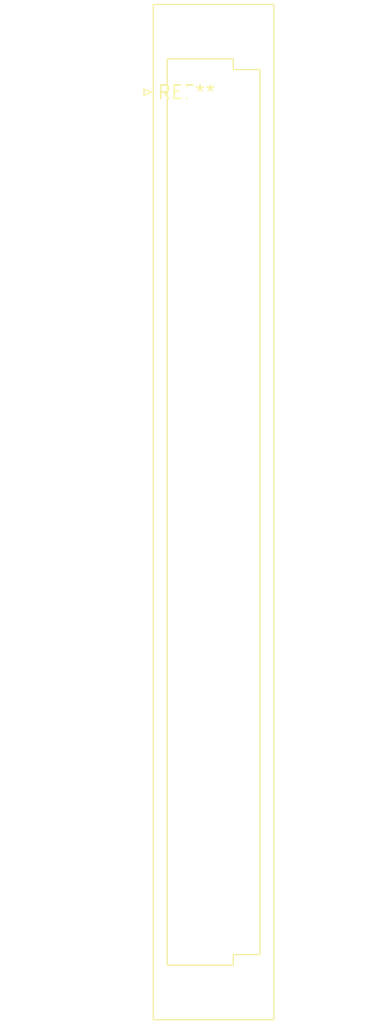
<source format=kicad_pcb>
(kicad_pcb (version 20240108) (generator pcbnew)
  (layers (0 "F.Cu" signal) (31 "B.Cu" signal) (34 "B.Paste" user) (35 "F.Paste" user) (36 "B.SilkS" user "B.Silkscreen") (37 "F.SilkS" user "F.Silkscreen") (38 "B.Mask" user) (39 "F.Mask" user) (44 "Edge.Cuts" user))
  (net 0 "")
  (footprint "DIN41612_R_2x32_Male_Vertical_THT" (layer "F.Cu") (at 0 0)
    (property "Reference" "REF**")
    (property "Value" "DIN41612_R_2x32_Male_Vertical_THT")
    (fp_line (start -3.99 -0.3) (end -3.99 0.3) (layer "F.SilkS") (stroke (width 0.12)))
    (fp_line (start -3.99 0.3) (end -3.31 0) (layer "F.SilkS") (stroke (width 0.12)))
    (fp_line (start -3.31 0) (end -3.99 -0.3) (layer "F.SilkS") (stroke (width 0.12)))
    (fp_line (start -3.12 -8.24) (end 8.2 -8.24) (layer "F.SilkS") (stroke (width 0.12)))
    (fp_line (start -3.12 86.98) (end -3.12 -8.24) (layer "F.SilkS") (stroke (width 0.12)))
    (fp_line (start -1.81 -3.131) (end 4.39 -3.131) (layer "F.SilkS") (stroke (width 0.12)))
    (fp_line (start -1.81 81.87) (end -1.81 -3.131) (layer "F.SilkS") (stroke (width 0.12)))
    (fp_line (start 4.39 -3.131) (end 4.39 -2.131) (layer "F.SilkS") (stroke (width 0.12)))
    (fp_line (start 4.39 -2.131) (end 6.89 -2.131) (layer "F.SilkS") (stroke (width 0.12)))
    (fp_line (start 4.39 80.87) (end 4.39 81.87) (layer "F.SilkS") (stroke (width 0.12)))
    (fp_line (start 4.39 81.87) (end -1.81 81.87) (layer "F.SilkS") (stroke (width 0.12)))
    (fp_line (start 6.89 -2.131) (end 6.89 80.87) (layer "F.SilkS") (stroke (width 0.12)))
    (fp_line (start 6.89 80.87) (end 4.39 80.87) (layer "F.SilkS") (stroke (width 0.12)))
    (fp_line (start 8.2 -8.24) (end 8.2 86.98) (layer "F.SilkS") (stroke (width 0.12)))
    (fp_line (start 8.2 86.98) (end -3.12 86.98) (layer "F.SilkS") (stroke (width 0.12)))
    (pad "" np_thru_hole circle (at 2.24 -5.63) (size 2.85 2.85) (drill 2.85) (layers *.Cu *.Mask))
    (pad "" np_thru_hole circle (at 2.24 84.37) (size 2.85 2.85) (drill 2.85) (layers *.Cu *.Mask))
    (pad "a1" thru_hole roundrect (at 0 0) (size 1.55 1.55) (drill 1) (layers *.Cu *.Mask) (remove_unused_layers) (roundrect_rratio 0.16129))
    (pad "a2" thru_hole circle (at 0 2.54) (size 1.55 1.55) (drill 1) (layers *.Cu *.Mask) (remove_unused_layers))
    (pad "a3" thru_hole circle (at 0 5.08) (size 1.55 1.55) (drill 1) (layers *.Cu *.Mask) (remove_unused_layers))
    (pad "a4" thru_hole circle (at 0 7.62) (size 1.55 1.55) (drill 1) (layers *.Cu *.Mask) (remove_unused_layers))
    (pad "a5" thru_hole circle (at 0 10.16) (size 1.55 1.55) (drill 1) (layers *.Cu *.Mask) (remove_unused_layers))
    (pad "a6" thru_hole circle (at 0 12.7) (size 1.55 1.55) (drill 1) (layers *.Cu *.Mask) (remove_unused_layers))
    (pad "a7" thru_hole circle (at 0 15.24) (size 1.55 1.55) (drill 1) (layers *.Cu *.Mask) (remove_unused_layers))
    (pad "a8" thru_hole circle (at 0 17.78) (size 1.55 1.55) (drill 1) (layers *.Cu *.Mask) (remove_unused_layers))
    (pad "a9" thru_hole circle (at 0 20.32) (size 1.55 1.55) (drill 1) (layers *.Cu *.Mask) (remove_unused_layers))
    (pad "a10" thru_hole circle (at 0 22.86) (size 1.55 1.55) (drill 1) (layers *.Cu *.Mask) (remove_unused_layers))
    (pad "a11" thru_hole circle (at 0 25.4) (size 1.55 1.55) (drill 1) (layers *.Cu *.Mask) (remove_unused_layers))
    (pad "a12" thru_hole circle (at 0 27.94) (size 1.55 1.55) (drill 1) (layers *.Cu *.Mask) (remove_unused_layers))
    (pad "a13" thru_hole circle (at 0 30.48) (size 1.55 1.55) (drill 1) (layers *.Cu *.Mask) (remove_unused_layers))
    (pad "a14" thru_hole circle (at 0 33.02) (size 1.55 1.55) (drill 1) (layers *.Cu *.Mask) (remove_unused_layers))
    (pad "a15" thru_hole circle (at 0 35.56) (size 1.55 1.55) (drill 1) (layers *.Cu *.Mask) (remove_unused_layers))
    (pad "a16" thru_hole circle (at 0 38.1) (size 1.55 1.55) (drill 1) (layers *.Cu *.Mask) (remove_unused_layers))
    (pad "a17" thru_hole circle (at 0 40.64) (size 1.55 1.55) (drill 1) (layers *.Cu *.Mask) (remove_unused_layers))
    (pad "a18" thru_hole circle (at 0 43.18) (size 1.55 1.55) (drill 1) (layers *.Cu *.Mask) (remove_unused_layers))
    (pad "a19" thru_hole circle (at 0 45.72) (size 1.55 1.55) (drill 1) (layers *.Cu *.Mask) (remove_unused_layers))
    (pad "a20" thru_hole circle (at 0 48.26) (size 1.55 1.55) (drill 1) (layers *.Cu *.Mask) (remove_unused_layers))
    (pad "a21" thru_hole circle (at 0 50.8) (size 1.55 1.55) (drill 1) (layers *.Cu *.Mask) (remove_unused_layers))
    (pad "a22" thru_hole circle (at 0 53.34) (size 1.55 1.55) (drill 1) (layers *.Cu *.Mask) (remove_unused_layers))
    (pad "a23" thru_hole circle (at 0 55.88) (size 1.55 1.55) (drill 1) (layers *.Cu *.Mask) (remove_unused_layers))
    (pad "a24" thru_hole circle (at 0 58.42) (size 1.55 1.55) (drill 1) (layers *.Cu *.Mask) (remove_unused_layers))
    (pad "a25" thru_hole circle (at 0 60.96) (size 1.55 1.55) (drill 1) (layers *.Cu *.Mask) (remove_unused_layers))
    (pad "a26" thru_hole circle (at 0 63.5) (size 1.55 1.55) (drill 1) (layers *.Cu *.Mask) (remove_unused_layers))
    (pad "a27" thru_hole circle (at 0 66.04) (size 1.55 1.55) (drill 1) (layers *.Cu *.Mask) (remove_unused_layers))
    (pad "a28" thru_hole circle (at 0 68.58) (size 1.55 1.55) (drill 1) (layers *.Cu *.Mask) (remove_unused_layers))
    (pad "a29" thru_hole circle (at 0 71.12) (size 1.55 1.55) (drill 1) (layers *.Cu *.Mask) (remove_unused_layers))
    (pad "a30" thru_hole circle (at 0 73.66) (size 1.55 1.55) (drill 1) (layers *.Cu *.Mask) (remove_unused_layers))
    (pad "a31" thru_hole circle (at 0 76.2) (size 1.55 1.55) (drill 1) (layers *.Cu *.Mask) (remove_unused_layers))
    (pad "a32" thru_hole circle (at 0 78.74) (size 1.55 1.55) (drill 1) (layers *.Cu *.Mask) (remove_unused_layers))
    (pad "c1" thru_hole circle (at 5.08 0) (size 1.55 1.55) (drill 1) (layers *.Cu *.Mask) (remove_unused_layers))
    (pad "c2" thru_hole circle (at 5.08 2.54) (size 1.55 1.55) (drill 1) (layers *.Cu *.Mask) (remove_unused_layers))
    (pad "c3" thru_hole circle (at 5.08 5.08) (size 1.55 1.55) (drill 1) (layers *.Cu *.Mask) (remove_unused_layers))
    (pad "c4" thru_hole circle (at 5.08 7.62) (size 1.55 1.55) (drill 1) (layers *.Cu *.Mask) (remove_unused_layers))
    (pad "c5" thru_hole circle (at 5.08 10.16) (size 1.55 1.55) (drill 1) (layers *.Cu *.Mask) (remove_unused_layers))
    (pad "c6" thru_hole circle (at 5.08 12.7) (size 1.55 1.55) (drill 1) (layers *.Cu *.Mask) (remove_unused_layers))
    (pad "c7" thru_hole circle (at 5.08 15.24) (size 1.55 1.55) (drill 1) (layers *.Cu *.Mask) (remove_unused_layers))
    (pad "c8" thru_hole circle (at 5.08 17.78) (size 1.55 1.55) (drill 1) (layers *.Cu *.Mask) (remove_unused_layers))
    (pad "c9" thru_hole circle (at 5.08 20.32) (size 1.55 1.55) (drill 1) (layers *.Cu *.Mask) (remove_unused_layers))
    (pad "c10" thru_hole circle (at 5.08 22.86) (size 1.55 1.55) (drill 1) (layers *.Cu *.Mask) (remove_unused_layers))
    (pad "c11" thru_hole circle (at 5.08 25.4) (size 1.55 1.55) (drill 1) (layers *.Cu *.Mask) (remove_unused_layers))
    (pad "c12" thru_hole circle (at 5.08 27.94) (size 1.55 1.55) (drill 1) (layers *.Cu *.Mask) (remove_unused_layers))
    (pad "c13" thru_hole circle (at 5.08 30.48) (size 1.55 1.55) (drill 1) (layers *.Cu *.Mask) (remove_unused_layers))
    (pad "c14" thru_hole circle (at 5.08 33.02) (size 1.55 1.55) (drill 1) (layers *.Cu *.Mask) (remove_unused_layers))
    (pad "c15" thru_hole circle (at 5.08 35.56) (size 1.55 1.55) (drill 1) (layers *.Cu *.Mask) (remove_unused_layers))
    (pad "c16" thru_hole circle (at 5.08 38.1) (size 1.55 1.55) (drill 1) (layers *.Cu *.Mask) (remove_unused_layers))
    (pad "c17" thru_hole circle (at 5.08 40.64) (size 1.55 1.55) (drill 1) (layers *.Cu *.Mask) (remove_unused_layers))
    (pad "c18" thru_hole circle (at 5.08 43.18) (size 1.55 1.55) (drill 1) (layers *.Cu *.Mask) (remove_unused_layers))
    (pad "c19" thru_hole circle (at 5.08 45.72) (size 1.55 1.55) (drill 1) (layers *.Cu *.Mask) (remove_unused_layers))
    (pad "c20" thru_hole circle (at 5.08 48.26) (size 1.55 1.55) (drill 1) (layers *.Cu *.Mask) (remove_unused_layers))
    (pad "c21" thru_hole circle (at 5.08 50.8) (size 1.55 1.55) (drill 1) (layers *.Cu *.Mask) (remove_unused_layers))
    (pad "c22" thru_hole circle (at 5.08 53.34) (size 1.55 1.55) (drill 1) (layers *.Cu *.Mask) (remove_unused_layers))
    (pad "c23" thru_hole circle (at 5.08 55.88) (size 1.55 1.55) (drill 1) (layers *.Cu *.Mask) (remove_unused_layers))
    (pad "c24" thru_hole circle (at 5.08 58.42) (size 1.55 1.55) (drill 1) (layers *.Cu *.Mask) (remove_unused_layers))
    (pad "c25" thru_hole circle (at 5.08 60.96) (size 1.55 1.55) (drill 1) (layers *.Cu *.Mask) (remove_unused_layers))
    (pad "c26" thru_hole circle (at 5.08 63.5) (size 1.55 1.55) (drill 1) (layers *.Cu *.Mask) (remove_unused_layers))
    (pad "c27" thru_hole circle (at 5.08 66.04) (size 1.55 1.55) (drill 1) (layers *.Cu *.Mask) (remove_unused_layers))
    (pad "c28" thru_hole circle (at 5.08 68.58) (size 1.55 1.55) (drill 1) (layers *.Cu *.Mask) (remove_unused_layers))
    (pad "c29" thru_hole circle (at 5.08 71.12) (size 1.55 1.55) (drill 1) (layers *.Cu *.Mask) (remove_unused_layers))
    (pad "c30" thru_hole circle (at 5.08 73.66) (size 1.55 1.55) (drill 1) (layers *.Cu *.Mask) (remove_unused_layers))
    (pad "c31" thru_hole circle (at 5.08 76.2) (size 1.55 1.55) (drill 1) (layers *.Cu *.Mask) (remove_unused_layers))
    (pad "c32" thru_hole circle (at 5.08 78.74) (size 1.55 1.55) (drill 1) (layers *.Cu *.Mask) (remove_unused_layers))
  )
)
</source>
